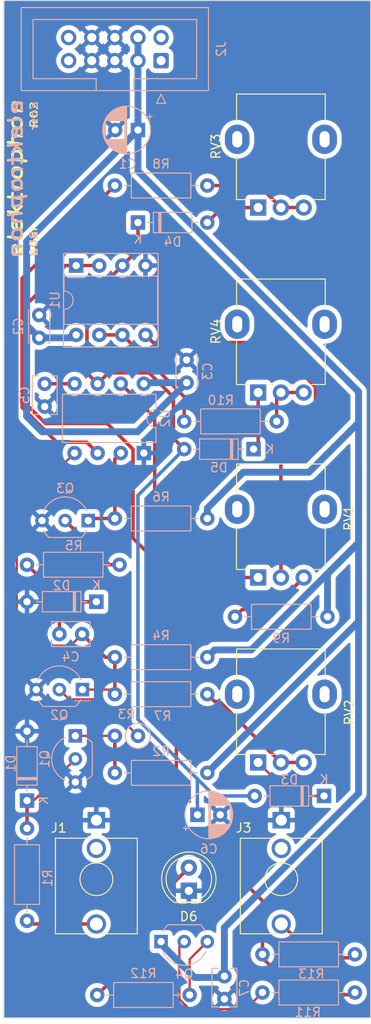
<source format=kicad_pcb>
(kicad_pcb (version 20240108) (generator "pcbnew") (generator_version "8.0")
  (title_block (title "ADSR") (date "2019-09-22") (rev "01") (comment 1 "Original design by René Schmitz") (comment 2 "PCB for main circuit") (comment 4 "License CC BY 4.0 - Attribution 4.0 International"))
  (layers (0 "F.Cu" signal) (31 "B.Cu" signal) (34 "B.Paste" user) (35 "F.Paste" user) (36 "B.SilkS" user "B.Silkscreen") (37 "F.SilkS" user "F.Silkscreen") (38 "B.Mask" user) (39 "F.Mask" user) (44 "Edge.Cuts" user))
  (net 0 "")
  (net 1 "GND")
  (net 2 "+15V")
  (net 3 "Net-(Q2-C)")
  (net 4 "Net-(D2-K)")
  (net 5 "Net-(U2-CV)")
  (net 6 "Net-(D3-A)")
  (net 7 "Net-(D1-K)")
  (net 8 "Net-(D3-K)")
  (net 9 "Net-(D4-A)")
  (net 10 "Net-(J1-PadT)")
  (net 11 "Net-(D5-K)")
  (net 12 "Net-(D6-A)")
  (net 16 "Net-(J3-PadT)")
  (net 20 "Net-(Q1-C)")
  (net 21 "Net-(Q2-B)")
  (net 22 "Net-(R7-Pad1)")
  (net 23 "Net-(R8-Pad1)")
  (net 24 "Net-(R9-Pad1)")
  (net 25 "Net-(R10-Pad2)")
  (net 26 "Net-(Q3-C)")
  (net 27 "Net-(Q3-B)")
  (net 28 "Net-(Q4-E)")
  (net 29 "Net-(Q4-B)")
  (net 30 "Net-(U2-Q)")
  (net 31 "Net-(U1B--)")
  (net 32 "Net-(U1A--)")
  (net 33 "Net-(U1B-+)")
  (net 34 "Net-(U2-DIS)")
  (footprint "LED_THT:LED_D5.0mm" (layer "F.Cu") (at 71.12 148.59 90)
    (property "Reference" "D6" (at -2.83 -0.01 180) (layer "F.SilkS"))
    (property "Value" "LED (Red)")
    (pad "1" thru_hole rect (at 0 0 90) (size 1.8 1.8) (drill 0.9) (layers "*.Cu" "*.Mask") (net 1 "GND"))
    (pad "2" thru_hole circle (at 2.54 0 90) (size 1.8 1.8) (drill 0.9) (layers "*.Cu" "*.Mask") (net 12 "Net-(D6-A)"))
  )
  (footprint "elektrophon:Jack_3.5mm_WQP-PJ398SM_Vertical" (layer "F.Cu") (at 60.96 147.32)
    (property "Reference" "J1" (at -4.13 -5.63 0) (layer "F.SilkS"))
    (property "Value" "IN")
    (pad "S" thru_hole rect (at 0 -6.48 180) (size 1.93 1.83) (drill 1.22) (layers "*.Cu" "*.Mask") (net 1 "GND"))
    (pad "T" thru_hole circle (at 0 4.92 180) (size 2.13 2.13) (drill 1.43) (layers "*.Cu" "*.Mask") (net 10 "Net-(J1-PadT)"))
    (pad "TN" thru_hole circle (at 0 -3.38 180) (size 2.13 2.13) (drill 1.42) (layers "*.Cu" "*.Mask"))
  )
  (footprint "elektrophon:Jack_3.5mm_WQP-PJ398SM_Vertical" (layer "F.Cu") (at 81.28 147.32)
    (property "Reference" "J3" (at -4.13 -5.63 0) (layer "F.SilkS"))
    (property "Value" "OUT")
    (pad "S" thru_hole rect (at 0 -6.48 180) (size 1.93 1.83) (drill 1.22) (layers "*.Cu" "*.Mask") (net 1 "GND"))
    (pad "T" thru_hole circle (at 0 4.92 180) (size 2.13 2.13) (drill 1.43) (layers "*.Cu" "*.Mask") (net 16 "Net-(J3-PadT)"))
    (pad "TN" thru_hole circle (at 0 -3.38 180) (size 2.13 2.13) (drill 1.42) (layers "*.Cu" "*.Mask"))
  )
  (footprint "elektrophon:Potentiometer_Alpha_RD901F-40-00D_Single_Vertical" (layer "F.Cu") (at 81.28 106.68 90)
    (property "Reference" "RV1" (at -0.97 7.42 -90) (layer "F.SilkS"))
    (property "Value" "10k")
    (pad "" thru_hole oval (at 0 -4.84 180) (size 2.72 3.24) (drill oval 1.1 1.8) (layers "*.Cu" "*.Mask"))
    (pad "" thru_hole oval (at 0 4.76 180) (size 2.72 3.24) (drill oval 1.1 1.8) (layers "*.Cu" "*.Mask"))
    (pad "1" thru_hole rect (at -7.5 -2.54 180) (size 1.8 1.8) (drill 1) (layers "*.Cu" "*.Mask") (net 34 "Net-(U2-DIS)"))
    (pad "2" thru_hole circle (at -7.5 -0.04 180) (size 1.8 1.8) (drill 1) (layers "*.Cu" "*.Mask") (net 33 "Net-(U1B-+)"))
    (pad "3" thru_hole circle (at -7.5 2.46 180) (size 1.8 1.8) (drill 1) (layers "*.Cu" "*.Mask") (net 24 "Net-(R9-Pad1)"))
  )
  (footprint "elektrophon:Potentiometer_Alpha_RD901F-40-00D_Single_Vertical" (layer "F.Cu") (at 81.28 127 90)
    (property "Reference" "RV2" (at -2 7.47 -90) (layer "F.SilkS"))
    (property "Value" "1M LOG")
    (pad "" thru_hole oval (at 0 -4.84 180) (size 2.72 3.24) (drill oval 1.1 1.8) (layers "*.Cu" "*.Mask"))
    (pad "" thru_hole oval (at 0 4.76 180) (size 2.72 3.24) (drill oval 1.1 1.8) (layers "*.Cu" "*.Mask"))
    (pad "1" thru_hole rect (at -7.5 -2.54 180) (size 1.8 1.8) (drill 1) (layers "*.Cu" "*.Mask") (net 8 "Net-(D3-K)"))
    (pad "2" thru_hole circle (at -7.5 -0.04 180) (size 1.8 1.8) (drill 1) (layers "*.Cu" "*.Mask") (net 22 "Net-(R7-Pad1)"))
    (pad "3" thru_hole circle (at -7.5 2.46 180) (size 1.8 1.8) (drill 1) (layers "*.Cu" "*.Mask") (net 22 "Net-(R7-Pad1)"))
  )
  (footprint "elektrophon:Potentiometer_Alpha_RD901F-40-00D_Single_Vertical" (layer "F.Cu") (at 81.28 66.04 90)
    (property "Reference" "RV3" (at -0.79 -7.18 -90) (layer "F.SilkS"))
    (property "Value" "1M LOG")
    (pad "" thru_hole oval (at 0 -4.84 180) (size 2.72 3.24) (drill oval 1.1 1.8) (layers "*.Cu" "*.Mask"))
    (pad "" thru_hole oval (at 0 4.76 180) (size 2.72 3.24) (drill oval 1.1 1.8) (layers "*.Cu" "*.Mask"))
    (pad "1" thru_hole rect (at -7.5 -2.54 180) (size 1.8 1.8) (drill 1) (layers "*.Cu" "*.Mask") (net 9 "Net-(D4-A)"))
    (pad "2" thru_hole circle (at -7.5 -0.04 180) (size 1.8 1.8) (drill 1) (layers "*.Cu" "*.Mask") (net 23 "Net-(R8-Pad1)"))
    (pad "3" thru_hole circle (at -7.5 2.46 180) (size 1.8 1.8) (drill 1) (layers "*.Cu" "*.Mask") (net 23 "Net-(R8-Pad1)"))
  )
  (footprint "elektrophon:Potentiometer_Alpha_RD901F-40-00D_Single_Vertical" (layer "F.Cu") (at 81.28 86.36 90)
    (property "Reference" "RV4" (at -0.79 -7.18 -90) (layer "F.SilkS"))
    (property "Value" "1M LOG")
    (pad "" thru_hole oval (at 0 -4.84 180) (size 2.72 3.24) (drill oval 1.1 1.8) (layers "*.Cu" "*.Mask"))
    (pad "" thru_hole oval (at 0 4.76 180) (size 2.72 3.24) (drill oval 1.1 1.8) (layers "*.Cu" "*.Mask"))
    (pad "1" thru_hole rect (at -7.5 -2.54 180) (size 1.8 1.8) (drill 1) (layers "*.Cu" "*.Mask") (net 11 "Net-(D5-K)"))
    (pad "2" thru_hole circle (at -7.5 -0.04 180) (size 1.8 1.8) (drill 1) (layers "*.Cu" "*.Mask") (net 25 "Net-(R10-Pad2)"))
    (pad "3" thru_hole circle (at -7.5 2.46 180) (size 1.8 1.8) (drill 1) (layers "*.Cu" "*.Mask") (net 25 "Net-(R10-Pad2)"))
  )
  (footprint "elektrophon:elektrophon logo" (layer "F.Cu") (at 53.086 70.358 90)
    (property "Reference" "REF**" (hide yes))
    (property "Value" "elektrophon logo" (hide yes))
    (fp_text user "R02" (at -8.68 0.99 90) (layer "B.SilkS") (effects (font (size 0.8 1)) (justify right mirror)))
    (fp_text user "adsr" (at 8.62 1.02 90) (layer "B.SilkS") (effects (font (size 0.8 1)) (justify left mirror)))
    (fp_text user "elektrophon" (at 0 -1.016 90) (layer "B.SilkS") (effects (font (size 1.5 2) (thickness 0.3) (italic yes)) (justify mirror)))
    (fp_text user "elektrophon" (at 0 -1.016 90) (layer "F.SilkS") (effects (font (size 1.5 2) (thickness 0.3) (italic yes))))
    (fp_text user "R02" (at 8.58 1.02 90) (layer "F.SilkS") (effects (font (size 0.8 1)) (justify right)))
    (fp_text user "adsr" (at -8.54 0.99 90) (layer "F.SilkS") (effects (font (size 0.8 1)) (justify left)))
  )
  (footprint "Capacitor_THT:CP_Radial_D5.0mm_P2.50mm" (layer "B.Cu") (at 65.532 65.024 180)
    (property "Reference" "C1" (at 1.142 -3.736 0) (layer "B.SilkS") (effects (justify mirror)))
    (property "Value" "10u")
    (pad "1" thru_hole rect (at 0 0 180) (size 1.6 1.6) (drill 0.8) (layers "*.Cu" "*.Mask") (net 2 "+15V"))
    (pad "2" thru_hole circle (at 2.5 0 180) (size 1.6 1.6) (drill 0.8) (layers "*.Cu" "*.Mask") (net 1 "GND"))
  )
  (footprint "Capacitor_THT:C_Disc_D3.4mm_W2.1mm_P2.50mm" (layer "B.Cu") (at 54.68 85.35 -90)
    (property "Reference" "C2" (at 1.25 2.3 -90) (layer "B.SilkS") (effects (justify mirror)))
    (property "Value" "0.1u")
    (pad "1" thru_hole circle (at 0 0 270) (size 1.6 1.6) (drill 0.8) (layers "*.Cu" "*.Mask") (net 1 "GND"))
    (pad "2" thru_hole circle (at 2.5 0 270) (size 1.6 1.6) (drill 0.8) (layers "*.Cu" "*.Mask") (net 2 "+15V"))
  )
  (footprint "Capacitor_THT:C_Disc_D3.4mm_W2.1mm_P2.50mm" (layer "B.Cu") (at 70.88 92.78 90)
    (property "Reference" "C3" (at 1.25 2.3 -90) (layer "B.SilkS") (effects (justify mirror)))
    (property "Value" "0.1u")
    (pad "1" thru_hole circle (at 0 0 90) (size 1.6 1.6) (drill 0.8) (layers "*.Cu" "*.Mask") (net 2 "+15V"))
    (pad "2" thru_hole circle (at 2.5 0 90) (size 1.6 1.6) (drill 0.8) (layers "*.Cu" "*.Mask") (net 1 "GND"))
  )
  (footprint "Capacitor_THT:C_Rect_L4.0mm_W2.5mm_P2.50mm" (layer "B.Cu") (at 56.896 120.396)
    (property "Reference" "C4" (at 1.25 2.5 180) (layer "B.SilkS") (effects (justify mirror)))
    (property "Value" "10n")
    (pad "1" thru_hole circle (at 0 0) (size 1.6 1.6) (drill 0.8) (layers "*.Cu" "*.Mask") (net 4 "Net-(D2-K)"))
    (pad "2" thru_hole circle (at 2.5 0) (size 1.6 1.6) (drill 0.8) (layers "*.Cu" "*.Mask") (net 3 "Net-(Q2-C)"))
  )
  (footprint "Capacitor_THT:C_Rect_L4.0mm_W2.5mm_P2.50mm" (layer "B.Cu") (at 55.28 95.4 90)
    (property "Reference" "C5" (at 1.25 -2.194 -90) (layer "B.SilkS") (effects (justify mirror)))
    (property "Value" "10n")
    (pad "1" thru_hole circle (at 0 0 90) (size 1.6 1.6) (drill 0.8) (layers "*.Cu" "*.Mask") (net 1 "GND"))
    (pad "2" thru_hole circle (at 2.5 0 90) (size 1.6 1.6) (drill 0.8) (layers "*.Cu" "*.Mask") (net 5 "Net-(U2-CV)"))
  )
  (footprint "Capacitor_THT:CP_Radial_D5.0mm_P2.50mm" (layer "B.Cu") (at 72.07 140.25)
    (property "Reference" "C6" (at 1.25 3.75 0) (layer "B.SilkS") (effects (justify mirror)))
    (property "Value" "4.7u")
    (pad "1" thru_hole rect (at 0 0) (size 1.6 1.6) (drill 0.8) (layers "*.Cu" "*.Mask") (net 6 "Net-(D3-A)"))
    (pad "2" thru_hole circle (at 2.5 0) (size 1.6 1.6) (drill 0.8) (layers "*.Cu" "*.Mask") (net 1 "GND"))
  )
  (footprint "Capacitor_THT:C_Rect_L4.0mm_W2.5mm_P2.50mm" (layer "B.Cu") (at 75.03 157.98 -90)
    (property "Reference" "C7" (at 1.278 -2.186 90) (layer "B.SilkS") (effects (justify mirror)))
    (property "Value" "100n")
    (pad "1" thru_hole circle (at 0 0 270) (size 1.6 1.6) (drill 0.8) (layers "*.Cu" "*.Mask") (net 2 "+15V"))
    (pad "2" thru_hole circle (at 2.5 0 270) (size 1.6 1.6) (drill 0.8) (layers "*.Cu" "*.Mask") (net 1 "GND"))
  )
  (footprint "Diode_THT:D_DO-35_SOD27_P7.62mm_Horizontal" (layer "B.Cu") (at 53.34 138.684 90)
    (property "Reference" "D1" (at 4.064 -1.778 -90) (layer "B.SilkS") (effects (justify mirror)))
    (property "Value" "1N4148")
    (fp_text user "K" (at 0 1.8 -90) (layer "B.SilkS") (effects (justify mirror)))
    (pad "1" thru_hole rect (at 0 0 90) (size 1.6 1.6) (drill 0.8) (layers "*.Cu" "*.Mask") (net 7 "Net-(D1-K)"))
    (pad "2" thru_hole oval (at 7.62 0 90) (size 1.6 1.6) (drill 0.8) (layers "*.Cu" "*.Mask") (net 1 "GND"))
  )
  (footprint "Diode_THT:D_DO-35_SOD27_P7.62mm_Horizontal" (layer "B.Cu") (at 60.96 116.84 180)
    (property "Reference" "D2" (at 3.81 1.778 0) (layer "B.SilkS") (effects (justify mirror)))
    (property "Value" "1N4148")
    (fp_text user "K" (at 0 1.8 0) (layer "B.SilkS") (effects (justify mirror)))
    (pad "1" thru_hole rect (at 0 0 180) (size 1.6 1.6) (drill 0.8) (layers "*.Cu" "*.Mask") (net 4 "Net-(D2-K)"))
    (pad "2" thru_hole oval (at 7.62 0 180) (size 1.6 1.6) (drill 0.8) (layers "*.Cu" "*.Mask") (net 1 "GND"))
  )
  (footprint "Diode_THT:D_DO-35_SOD27_P7.62mm_Horizontal" (layer "B.Cu") (at 85.979 138.176 180)
    (property "Reference" "D3" (at 3.81 1.778 0) (layer "B.SilkS") (effects (justify mirror)))
    (property "Value" "1N4148")
    (fp_text user "K" (at 0 1.8 0) (layer "B.SilkS") (effects (justify mirror)))
    (pad "1" thru_hole rect (at 0 0 180) (size 1.6 1.6) (drill 0.8) (layers "*.Cu" "*.Mask") (net 8 "Net-(D3-K)"))
    (pad "2" thru_hole oval (at 7.62 0 180) (size 1.6 1.6) (drill 0.8) (layers "*.Cu" "*.Mask") (net 6 "Net-(D3-A)"))
  )
  (footprint "Diode_THT:D_DO-35_SOD27_P7.62mm_Horizontal" (layer "B.Cu") (at 65.532 75.184)
    (property "Reference" "D4" (at 3.81 2.12 180) (layer "B.SilkS") (effects (justify mirror)))
    (property "Value" "1N4148")
    (fp_text user "K" (at 0 1.8 180) (layer "B.SilkS") (effects (justify mirror)))
    (pad "1" thru_hole rect (at 0 0) (size 1.6 1.6) (drill 0.8) (layers "*.Cu" "*.Mask") (net 6 "Net-(D3-A)"))
    (pad "2" thru_hole oval (at 7.62 0) (size 1.6 1.6) (drill 0.8) (layers "*.Cu" "*.Mask") (net 9 "Net-(D4-A)"))
  )
  (footprint "Diode_THT:D_DO-35_SOD27_P7.62mm_Horizontal" (layer "B.Cu") (at 78.232 100.076 180)
    (property "Reference" "D5" (at 3.81 -2.032 0) (layer "B.SilkS") (effects (justify mirror)))
    (property "Value" "1N4148")
    (fp_text user "K" (at -1.778 0 0) (layer "B.SilkS") (effects (justify mirror)))
    (pad "1" thru_hole rect (at 0 0 180) (size 1.6 1.6) (drill 0.8) (layers "*.Cu" "*.Mask") (net 11 "Net-(D5-K)"))
    (pad "2" thru_hole oval (at 7.62 0 180) (size 1.6 1.6) (drill 0.8) (layers "*.Cu" "*.Mask") (net 6 "Net-(D3-A)"))
  )
  (footprint "Connector_IDC:IDC-Header_2x05_P2.54mm_Vertical" (layer "B.Cu") (at 68.072 57.404 90)
    (property "Reference" "J2" (at 1.27 6.604 -90) (layer "B.SilkS") (effects (justify mirror)))
    (property "Value" "Power")
    (pad "1" thru_hole roundrect (at 0 0 90) (size 1.7 1.7) (drill 1) (layers "*.Cu" "*.Mask") (roundrect_rratio 0.147059))
    (pad "2" thru_hole circle (at 2.54 0 90) (size 1.7 1.7) (drill 1) (layers "*.Cu" "*.Mask"))
    (pad "3" thru_hole circle (at 0 -2.54 90) (size 1.7 1.7) (drill 1) (layers "*.Cu" "*.Mask") (net 2 "+15V"))
    (pad "4" thru_hole circle (at 2.54 -2.54 90) (size 1.7 1.7) (drill 1) (layers "*.Cu" "*.Mask") (net 2 "+15V"))
    (pad "5" thru_hole circle (at 0 -5.08 90) (size 1.7 1.7) (drill 1) (layers "*.Cu" "*.Mask") (net 1 "GND"))
    (pad "6" thru_hole circle (at 2.54 -5.08 90) (size 1.7 1.7) (drill 1) (layers "*.Cu" "*.Mask") (net 1 "GND"))
    (pad "7" thru_hole circle (at 0 -7.62 90) (size 1.7 1.7) (drill 1) (layers "*.Cu" "*.Mask") (net 1 "GND"))
    (pad "8" thru_hole circle (at 2.54 -7.62 90) (size 1.7 1.7) (drill 1) (layers "*.Cu" "*.Mask") (net 1 "GND"))
    (pad "9" thru_hole circle (at 0 -10.16 90) (size 1.7 1.7) (drill 1) (layers "*.Cu" "*.Mask"))
    (pad "10" thru_hole circle (at 2.54 -10.16 90) (size 1.7 1.7) (drill 1) (layers "*.Cu" "*.Mask"))
  )
  (footprint "Package_TO_SOT_THT:TO-92_Inline_Wide" (layer "B.Cu") (at 58.653 131.572 -90)
    (property "Reference" "Q1" (at 2.548 3.363 90) (layer "B.SilkS") (effects (justify mirror)))
    (property "Value" "BC547")
    (pad "1" thru_hole rect (at 0 0 270) (size 1.5 1.5) (drill 0.8) (layers "*.Cu" "*.Mask") (net 20 "Net-(Q1-C)"))
    (pad "2" thru_hole circle (at 2.54 0 270) (size 1.5 1.5) (drill 0.8) (layers "*.Cu" "*.Mask") (net 7 "Net-(D1-K)"))
    (pad "3" thru_hole circle (at 5.08 0 270) (size 1.5 1.5) (drill 0.8) (layers "*.Cu" "*.Mask") (net 1 "GND"))
  )
  (footprint "Package_TO_SOT_THT:TO-92_Inline_Wide" (layer "B.Cu") (at 59.436 126.492 180)
    (property "Reference" "Q2" (at 2.54 -2.794 0) (layer "B.SilkS") (effects (justify mirror)))
    (property "Value" "BC547")
    (pad "1" thru_hole rect (at 0 0 180) (size 1.5 1.5) (drill 0.8) (layers "*.Cu" "*.Mask") (net 3 "Net-(Q2-C)"))
    (pad "2" thru_hole circle (at 2.54 0 180) (size 1.5 1.5) (drill 0.8) (layers "*.Cu" "*.Mask") (net 21 "Net-(Q2-B)"))
    (pad "3" thru_hole circle (at 5.08 0 180) (size 1.5 1.5) (drill 0.8) (layers "*.Cu" "*.Mask") (net 1 "GND"))
  )
  (footprint "Package_TO_SOT_THT:TO-92_Inline_Wide" (layer "B.Cu") (at 68.072 154.178)
    (property "Reference" "Q4" (at 2.54 3.56 180) (layer "B.SilkS") (effects (justify mirror)))
    (property "Value" "BC547")
    (pad "1" thru_hole rect (at 0 0) (size 1.5 1.5) (drill 0.8) (layers "*.Cu" "*.Mask") (net 2 "+15V"))
    (pad "2" thru_hole circle (at 2.54 0) (size 1.5 1.5) (drill 0.8) (layers "*.Cu" "*.Mask") (net 29 "Net-(Q4-B)"))
    (pad "3" thru_hole circle (at 5.08 0) (size 1.5 1.5) (drill 0.8) (layers "*.Cu" "*.Mask") (net 28 "Net-(Q4-E)"))
  )
  (footprint "Resistor_THT:R_Axial_DIN0207_L6.3mm_D2.5mm_P10.16mm_Horizontal" (layer "B.Cu") (at 53.34 141.732 -90)
    (property "Reference" "R1" (at 5.488 -2.27 90) (layer "B.SilkS") (effects (justify mirror)))
    (property "Value" "10k")
    (pad "1" thru_hole circle (at 0 0 270) (size 1.6 1.6) (drill 0.8) (layers "*.Cu" "*.Mask") (net 7 "Net-(D1-K)"))
    (pad "2" thru_hole oval (at 10.16 0 270) (size 1.6 1.6) (drill 0.8) (layers "*.Cu" "*.Mask") (net 10 "Net-(J1-PadT)"))
  )
  (footprint "Resistor_THT:R_Axial_DIN0207_L6.3mm_D2.5mm_P10.16mm_Horizontal" (layer "B.Cu") (at 73.152 135.636 180)
    (property "Reference" "R2" (at 5.08 2.37 180) (layer "B.SilkS") (effects (justify mirror)))
    (property "Value" "4.7k")
    (pad "1" thru_hole circle (at 0 0 180) (size 1.6 1.6) (drill 0.8) (layers "*.Cu" "*.Mask") (net 2 "+15V"))
    (pad "2" thru_hole oval (at 10.16 0 180) (size 1.6 1.6) (drill 0.8) (layers "*.Cu" "*.Mask") (net 20 "Net-(Q1-C)"))
  )
  (footprint "Resistor_THT:R_Axial_DIN0207_L6.3mm_D2.5mm_P2.54mm_Vertical" (layer "B.Cu") (at 65.532 131.572 180)
    (property "Reference" "R3" (at 1.27 2.37 0) (layer "B.SilkS") (effects (justify mirror)))
    (property "Value" "22k")
    (pad "1" thru_hole circle (at 0 0 180) (size 1.6 1.6) (drill 0.8) (layers "*.Cu" "*.Mask") (net 21 "Net-(Q2-B)"))
    (pad "2" thru_hole oval (at 2.54 0 180) (size 1.6 1.6) (drill 0.8) (layers "*.Cu" "*.Mask") (net 20 "Net-(Q1-C)"))
  )
  (footprint "Resistor_THT:R_Axial_DIN0207_L6.3mm_D2.5mm_P10.16mm_Horizontal" (layer "B.Cu") (at 73.152 122.936 180)
    (property "Reference" "R4" (at 5.08 2.37 180) (layer "B.SilkS") (effects (justify mirror)))
    (property "Value" "4.7k")
    (pad "1" thru_hole circle (at 0 0 180) (size 1.6 1.6) (drill 0.8) (layers "*.Cu" "*.Mask") (net 2 "+15V"))
    (pad "2" thru_hole oval (at 10.16 0 180) (size 1.6 1.6) (drill 0.8) (layers "*.Cu" "*.Mask") (net 3 "Net-(Q2-C)"))
  )
  (footprint "Resistor_THT:R_Axial_DIN0207_L6.3mm_D2.5mm_P10.16mm_Horizontal" (layer "B.Cu") (at 63.5 112.776 180)
    (property "Reference" "R5" (at 5.0165 2.0955 0) (layer "B.SilkS") (effects (justify mirror)))
    (property "Value" "10k")
    (pad "1" thru_hole circle (at 0 0 180) (size 1.6 1.6) (drill 0.8) (layers "*.Cu" "*.Mask") (net 27 "Net-(Q3-B)"))
    (pad "2" thru_hole oval (at 10.16 0 180) (size 1.6 1.6) (drill 0.8) (layers "*.Cu" "*.Mask") (net 4 "Net-(D2-K)"))
  )
  (footprint "Resistor_THT:R_Axial_DIN0207_L6.3mm_D2.5mm_P10.16mm_Horizontal" (layer "B.Cu") (at 73.152 107.696 180)
    (property "Reference" "R6" (at 5.08 2.37 180) (layer "B.SilkS") (effects (justify mirror)))
    (property "Value" "4.7k")
    (pad "1" thru_hole circle (at 0 0 180) (size 1.6 1.6) (drill 0.8) (layers "*.Cu" "*.Mask") (net 2 "+15V"))
    (pad "2" thru_hole oval (at 10.16 0 180) (size 1.6 1.6) (drill 0.8) (layers "*.Cu" "*.Mask") (net 26 "Net-(Q3-C)"))
  )
  (footprint "Resistor_THT:R_Axial_DIN0207_L6.3mm_D2.5mm_P10.16mm_Horizontal" (layer "B.Cu") (at 73.152 127 180)
    (property "Reference" "R7" (at 4.912 -2.39 0) (layer "B.SilkS") (effects (justify mirror)))
    (property "Value" "100")
    (pad "1" thru_hole circle (at 0 0 180) (size 1.6 1.6) (drill 0.8) (layers "*.Cu" "*.Mask") (net 22 "Net-(R7-Pad1)"))
    (pad "2" thru_hole oval (at 10.16 0 180) (size 1.6 1.6) (drill 0.8) (layers "*.Cu" "*.Mask") (net 3 "Net-(Q2-C)"))
  )
  (footprint "Resistor_THT:R_Axial_DIN0207_L6.3mm_D2.5mm_P10.16mm_Horizontal" (layer "B.Cu") (at 73.152 71.12 180)
    (property "Reference" "R8" (at 5.08 2.37 0) (layer "B.SilkS") (effects (justify mirror)))
    (property "Value" "100")
    (pad "1" thru_hole circle (at 0 0 180) (size 1.6 1.6) (drill 0.8) (layers "*.Cu" "*.Mask") (net 23 "Net-(R8-Pad1)"))
    (pad "2" thru_hole oval (at 10.16 0 180) (size 1.6 1.6) (drill 0.8) (layers "*.Cu" "*.Mask") (net 30 "Net-(U2-Q)"))
  )
  (footprint "Resistor_THT:R_Axial_DIN0207_L6.3mm_D2.5mm_P10.16mm_Horizontal" (layer "B.Cu") (at 76.2 118.49)
    (property "Reference" "R9" (at 5.08 2.37 0) (layer "B.SilkS") (effects (justify mirror)))
    (property "Value" "4.7k")
    (pad "1" thru_hole circle (at 0 0) (size 1.6 1.6) (drill 0.8) (layers "*.Cu" "*.Mask") (net 24 "Net-(R9-Pad1)"))
    (pad "2" thru_hole oval (at 10.16 0) (size 1.6 1.6) (drill 0.8) (layers "*.Cu" "*.Mask") (net 2 "+15V"))
  )
  (footprint "Resistor_THT:R_Axial_DIN0207_L6.3mm_D2.5mm_P10.16mm_Horizontal" (layer "B.Cu") (at 70.612 97.028)
    (property "Reference" "R10" (at 4.028 -2.328 0) (layer "B.SilkS") (effects (justify mirror)))
    (property "Value" "100")
    (pad "1" thru_hole circle (at 0 0) (size 1.6 1.6) (drill 0.8) (layers "*.Cu" "*.Mask") (net 31 "Net-(U1B--)"))
    (pad "2" thru_hole oval (at 10.16 0) (size 1.6 1.6) (drill 0.8) (layers "*.Cu" "*.Mask") (net 25 "Net-(R10-Pad2)"))
  )
  (footprint "Resistor_THT:R_Axial_DIN0207_L6.3mm_D2.5mm_P10.16mm_Horizontal" (layer "B.Cu") (at 79.212 159.766)
    (property "Reference" "R11" (at 4.989 2.159 0) (layer "B.SilkS") (effects (justify mirror)))
    (property "Value" "10k")
    (pad "1" thru_hole circle (at 0 0) (size 1.6 1.6) (drill 0.8) (layers "*.Cu" "*.Mask") (net 29 "Net-(Q4-B)"))
    (pad "2" thru_hole oval (at 10.16 0) (size 1.6 1.6) (drill 0.8) (layers "*.Cu" "*.Mask") (net 32 "Net-(U1A--)"))
  )
  (footprint "Resistor_THT:R_Axial_DIN0207_L6.3mm_D2.5mm_P10.16mm_Horizontal" (layer "B.Cu") (at 71.21 160.04 180)
    (property "Reference" "R12" (at 5.08 2.37 180) (layer "B.SilkS") (effects (justify mirror)))
    (property "Value" "2.2k")
    (pad "1" thru_hole circle (at 0 0 180) (size 1.6 1.6) (drill 0.8) (layers "*.Cu" "*.Mask") (net 28 "Net-(Q4-E)"))
    (pad "2" thru_hole oval (at 10.16 0 180) (size 1.6 1.6) (drill 0.8) (layers "*.Cu" "*.Mask") (net 12 "Net-(D6-A)"))
  )
  (footprint "Resistor_THT:R_Axial_DIN0207_L6.3mm_D2.5mm_P10.16mm_Horizontal" (layer "B.Cu") (at 79.212 155.575)
    (property "Reference" "R13" (at 5.37 2.159 0) (layer "B.SilkS") (effects (justify mirror)))
    (property "Value" "1k")
    (pad "1" thru_hole circle (at 0 0) (size 1.6 1.6) (drill 0.8) (layers "*.Cu" "*.Mask") (net 32 "Net-(U1A--)"))
    (pad "2" thru_hole oval (at 10.16 0) (size 1.6 1.6) (drill 0.8) (layers "*.Cu" "*.Mask") (net 16 "Net-(J3-PadT)"))
  )
  (footprint "Package_DIP:DIP-8_W7.62mm_Socket" (layer "B.Cu") (at 58.74 79.91 -90)
    (property "Reference" "U1" (at 3.81 2.33 -90) (layer "B.SilkS") (effects (justify mirror)))
    (property "Value" "LM358")
    (pad "1" thru_hole rect (at 0 0 270) (size 1.6 1.6) (drill 0.8) (layers "*.Cu" "*.Mask") (net 32 "Net-(U1A--)"))
    (pad "2" thru_hole oval (at 0 -2.54 270) (size 1.6 1.6) (drill 0.8) (layers "*.Cu" "*.Mask") (net 32 "Net-(U1A--)"))
    (pad "3" thru_hole oval (at 0 -5.08 270) (size 1.6 1.6) (drill 0.8) (layers "*.Cu" "*.Mask") (net 6 "Net-(D3-A)"))
    (pad "4" thru_hole oval (at 0 -7.62 270) (size 1.6 1.6) (drill 0.8) (layers "*.Cu" "*.Mask") (net 1 "GND"))
    (pad "5" thru_hole oval (at 7.62 -7.62 270) (size 1.6 1.6) (drill 0.8) (layers "*.Cu" "*.Mask") (net 33 "Net-(U1B-+)"))
    (pad "6" thru_hole oval (at 7.62 -5.08 270) (size 1.6 1.6) (drill 0.8) (layers "*.Cu" "*.Mask") (net 31 "Net-(U1B--)"))
    (pad "7" thru_hole oval (at 7.62 -2.54 270) (size 1.6 1.6) (drill 0.8) (layers "*.Cu" "*.Mask") (net 31 "Net-(U1B--)"))
    (pad "8" thru_hole oval (at 7.62 0 270) (size 1.6 1.6) (drill 0.8) (layers "*.Cu" "*.Mask") (net 2 "+15V"))
  )
  (footprint "Package_DIP:DIP-8_W7.62mm" (layer "B.Cu") (at 66.18 100.51 90)
    (property "Reference" "U2" (at 3.81 2.33 -90) (layer "B.SilkS") (effects (justify mirror)))
    (property "Value" "ICM7555xP")
    (pad "1" thru_hole rect (at 0 0 90) (size 1.6 1.6) (drill 0.8) (layers "*.Cu" "*.Mask") (net 1 "GND"))
    (pad "2" thru_hole oval (at 0 -2.54 90) (size 1.6 1.6) (drill 0.8) (layers "*.Cu" "*.Mask") (net 26 "Net-(Q3-C)"))
    (pad "3" thru_hole oval (at 0 -5.08 90) (size 1.6 1.6) (drill 0.8) (layers "*.Cu" "*.Mask") (net 30 "Net-(U2-Q)"))
    (pad "4" thru_hole oval (at 0 -7.62 90) (size 1.6 1.6) (drill 0.8) (layers "*.Cu" "*.Mask") (net 3 "Net-(Q2-C)"))
    (pad "5" thru_hole oval (at 7.62 -7.62 90) (size 1.6 1.6) (drill 0.8) (layers "*.Cu" "*.Mask") (net 5 "Net-(U2-CV)"))
    (pad "6" thru_hole oval (at 7.62 -5.08 90) (size 1.6 1.6) (drill 0.8) (layers "*.Cu" "*.Mask") (net 6 "Net-(D3-A)"))
    (pad "7" thru_hole oval (at 7.62 -2.54 90) (size 1.6 1.6) (drill 0.8) (layers "*.Cu" "*.Mask") (net 34 "Net-(U2-DIS)"))
    (pad "8" thru_hole oval (at 7.62 0 90) (size 1.6 1.6) (drill 0.8) (layers "*.Cu" "*.Mask") (net 2 "+15V"))
  )
  (footprint "Package_TO_SOT_THT:TO-92_Inline_Wide" (layer "B.Cu") (at 60.071 107.929 180)
    (property "Reference" "Q3" (at 2.54 3.535 0) (layer "B.SilkS") (effects (justify mirror)))
    (property "Value" "BC547")
    (pad "1" thru_hole rect (at 0 0 180) (size 1.5 1.5) (drill 0.8) (layers "*.Cu" "*.Mask") (net 26 "Net-(Q3-C)"))
    (pad "2" thru_hole circle (at 2.54 0 180) (size 1.5 1.5) (drill 0.8) (layers "*.Cu" "*.Mask") (net 27 "Net-(Q3-B)"))
    (pad "3" thru_hole circle (at 5.08 0 180) (size 1.5 1.5) (drill 0.8) (layers "*.Cu" "*.Mask") (net 1 "GND"))
  )
  (gr_line (start 91.1 50.8) (end 50.8 50.8) (stroke (width 0.12)) (layer "Edge.Cuts"))
  (gr_line (start 91.1 162.56) (end 91.1 50.8) (stroke (width 0.12)) (layer "Edge.Cuts"))
  (gr_line (start 50.8 162.56) (end 91.1 162.56) (stroke (width 0.12)) (layer "Edge.Cuts"))
  (gr_line (start 50.8 50.8) (end 50.8 162.56) (stroke (width 0.12)) (layer "Edge.Cuts"))
  (segment (start 53.298999 77.257001) (end 65.532 65.024) (width 0.762) (layer "B.Cu") (net 2))
  (segment (start 84.328 102.616) (end 89.773001 97.170999) (width 0.762) (layer "B.Cu") (net 2))
  (segment (start 71.755 158.115) (end 68.072 154.432) (width 0.762) (layer "B.Cu") (net 2))
  (segment (start 53.298999 84.851001) (end 53.298999 96.478999) (width 0.762) (layer "B.Cu") (net 2))
  (segment (start 65.532 65.024) (end 65.532 69.533882) (width 0.762) (layer "B.Cu") (net 2))
  (segment (start 65.532 54.864) (end 65.532 57.404) (width 0.762) (layer "B.Cu") (net 2))
  (segment (start 73.152 135.636) (end 89.773001 119.014999) (width 0.762) (layer "B.Cu") (net 2))
  (segment (start 54.991 98.171) (end 65.489 98.171) (width 0.762) (layer "B.Cu") (net 2))
  (segment (start 77.975881 122.136001) (end 89.773001 110.338881) (width 0.762) (layer "B.Cu") (net 2))
  (segment (start 75.03 152.626082) (end 89.773001 137.883081) (width 0.762) (layer "B.Cu") (net 2))
  (segment (start 53.298999 77.257001) (end 53.298999 84.851001) (width 0.762) (layer "B.Cu") (net 2))
  (segment (start 89.773001 93.774883) (end 89.773001 97.170999) (width 0.762) (layer "B.Cu") (net 2))
  (segment (start 66.29 92.78) (end 66.18 92.89) (width 0.762) (layer "B.Cu") (net 2))
  (segment (start 89.773001 101.965001) (end 89.773001 110.378999) (width 0.762) (layer "B.Cu") (net 2))
  (segment (start 89.773001 110.338881) (end 89.773001 101.965001) (width 0.762) (layer "B.Cu") (net 2))
  (segment (start 58.42 87.85) (end 58.74 87.53) (width 0.762) (layer "B.Cu") (net 2))
  (segment (start 75.03 157.98) (end 74.895 158.115) (width 0.762) (layer "B.Cu") (net 2))
  (segment (start 89.773001 119.014999) (end 89.773001 113.426999) (width 0.762) (layer "B.Cu") (net 2))
  (segment (start 65.489 98.171) (end 70.88 92.78) (width 0.762) (layer "B.Cu") (net 2))
  (segment (start 54.68 87.85) (end 53.298999 86.468999) (width 0.762) (layer "B.Cu") (net 2))
  (segment (start 89.773001 97.170999) (end 89.773001 101.965001) (width 0.762) (layer "B.Cu") (net 2))
  (segment (start 75.03 157.98) (end 75.03 152.626082) (width 0.762) (layer "B.Cu") (net 2))
  (segment (start 54.68 87.85) (end 58.42 87.85) (width 0.762) (layer "B.Cu") (net 2))
  (segment (start 89.773001 110.378999) (end 89.773001 113.426999) (width 0.762) (layer "B.Cu") (net 2))
  (segment (start 65.532 69.533882) (end 89.773001 93.774883) (width 0.762) (layer "B.Cu") (net 2))
  (segment (start 73.951999 122.136001) (end 77.975881 122.136001) (width 0.762) (layer "B.Cu") (net 2))
  (segment (start 53.298999 86.468999) (end 53.298999 84.851001) (width 0.762) (layer "B.Cu") (net 2))
  (segment (start 73.152 107.696) (end 73.152 106.56463) (width 0.762) (layer "B.Cu") (net 2))
  (segment (start 77.10063 102.616) (end 84.328 102.616) (width 0.762) (layer "B.Cu") (net 2))
  (segment (start 65.532 57.404) (end 65.532 65.024) (width 0.762) (layer "B.Cu") (net 2))
  (segment (start 86.36 113.792) (end 89.773001 110.378999) (width 0.762) (layer "B.Cu") (net 2))
  (segment (start 86.36 118.49) (end 86.36 113.792) (width 0.762) (layer "B.Cu") (net 2))
  (segment (start 70.88 92.78) (end 66.29 92.78) (width 0.762) (layer "B.Cu") (net 2))
  (segment (start 89.773001 113.426999) (end 89.773001 137.883081) (width 0.762) (layer "B.Cu") (net 2))
  (segment (start 53.298999 96.478999) (end 54.991 98.171) (width 0.762) (layer "B.Cu") (net 2))
  (segment (start 74.895 158.115) (end 71.755 158.115) (width 0.762) (layer "B.Cu") (net 2))
  (segment (start 73.152 106.56463) (end 77.10063 102.616) (width 0.762) (layer "B.Cu") (net 2))
  (segment (start 73.152 122.936) (end 73.951999 122.136001) (width 0.762) (layer "B.Cu") (net 2))
  (segment (start 52.215 119.398) (end 54.483 121.666) (width 0.25) (layer "F.Cu") (net 3))
  (segment (start 62.484 126.492) (end 62.992 127) (width 0.25) (layer "F.Cu") (net 3))
  (segment (start 58.126 121.666) (end 59.396 120.396) (width 0.25) (layer "F.Cu") (net 3))
  (segment (start 59.396 120.396) (end 61.936 122.936) (width 0.381) (layer "F.Cu") (net 3))
  (segment (start 52.215 106.855) (end 52.215 119.398) (width 0.25) (layer "F.Cu") (net 3))
  (segment (start 62.992 122.936) (end 62.992 127) (width 0.381) (layer "F.Cu") (net 3))
  (segment (start 58.56 100.51) (end 52.215 106.855) (width 0.25) (layer "F.Cu") (net 3))
  (segment (start 61.936 122.936) (end 62.992 122.936) (width 0.381) (layer "F.Cu") (net 3))
  (segment (start 54.483 121.666) (end 58.126 121.666) (width 0.25) (layer "F.Cu") (net 3))
  (segment (start 59.436 126.492) (end 62.484 126.492) (width 0.25) (layer "F.Cu") (net 3))
  (segment (start 57.404 116.84) (end 53.34 112.776) (width 0.381) (layer "F.Cu") (net 4))
  (segment (start 60.96 116.84) (end 58.928 116.84) (width 0.381) (layer "F.Cu") (net 4))
  (segment (start 56.896 118.872) (end 58.928 116.84) (width 0.381) (layer "F.Cu") (net 4))
  (segment (start 56.896 120.396) (end 56.896 118.872) (width 0.381) (layer "F.Cu") (net 4))
  (segment (start 60.96 116.84) (end 57.404 116.84) (width 0.381) (layer "F.Cu") (net 4))
  (segment (start 58.55 92.9) (end 58.56 92.89) (width 0.381) (layer "F.Cu") (net 5))
  (segment (start 55.28 92.9) (end 58.55 92.9) (width 0.381) (layer "F.Cu") (net 5))
  (segment (start 65.532 75.184) (end 65.532 78.198) (width 0.381) (layer "F.Cu") (net 6))
  (segment (start 65.532 78.198) (end 63.82 79.91) (width 0.381) (layer "F.Cu") (net 6))
  (segment (start 59.930501 83.799499) (end 59.930501 91.720501) (width 0.381) (layer "F.Cu") (net 6))
  (segment (start 69.421499 98.885499) (end 70.612 100.076) (width 0.381) (layer "F.Cu") (net 6))
  (segment (start 61.1 92.89) (end 62.290501 91.699499) (width 0.381) (layer "F.Cu") (net 6))
  (segment (start 62.290501 91.699499) (end 66.751441 91.699499) (width 0.381) (layer "F.Cu") (net 6))
  (segment (start 69.421499 94.369557) (end 69.421499 98.885499) (width 0.381) (layer "F.Cu") (net 6))
  (segment (start 59.930501 91.720501) (end 61.1 92.89) (width 0.381) (layer "F.Cu") (net 6))
  (segment (start 66.751441 91.699499) (end 69.421499 94.369557) (width 0.381) (layer "F.Cu") (net 6))
  (segment (start 63.82 79.91) (end 59.930501 83.799499) (width 0.381) (layer "F.Cu") (net 6))
  (segment (start 70.620029 134.865971) (end 73.930058 138.176) (width 0.381) (layer "B.Cu") (net 6))
  (segment (start 72.057029 136.302971) (end 70.620029 134.865971) (width 0.381) (layer "B.Cu") (net 6))
  (segment (start 72.07 139.069) (end 72.057029 139.056029) (width 0.381) (layer "B.Cu") (net 6))
  (segment (start 65.532 129.777942) (end 65.532 105.156) (width 0.381) (layer "B.Cu") (net 6))
  (segment (start 72.057029 139.056029) (end 72.057029 136.302971) (width 0.381) (layer "B.Cu") (net 6))
  (segment (start 73.930058 138.176) (end 78.359 138.176) (width 0.381) (layer "B.Cu") (net 6))
  (segment (start 72.07 140.25) (end 72.07 139.069) (width 0.381) (layer "B.Cu") (net 6))
  (segment (start 70.612 100.076) (end 65.532 105.156) (width 0.381) (layer "B.Cu") (net 6))
  (segment (start 70.620029 134.865971) (end 65.532 129.777942) (width 0.381) (layer "B.Cu") (net 6))
  (segment (start 54.081 138.684) (end 53.34 138.684) (width 0.25) (layer "F.Cu") (net 7))
  (segment (start 58.653 134.112) (end 54.081 138.684) (width 0.25) (layer "F.Cu") (net 7))
  (segment (start 53.34 141.732) (end 53.34 138.684) (width 0.381) (layer "F.Cu") (net 7))
  (segment (start 82.416 138.176) (end 78.74 134.5) (width 0.25) (layer "F.Cu") (net 8))
  (segment (start 85.979 138.176) (end 82.416 138.176) (width 0.25) (layer "F.Cu") (net 8))
  (segment (start 78.74 73.54) (end 74.796 73.54) (width 0.381) (layer "F.Cu") (net 9))
  (segment (start 74.796 73.54) (end 73.152 75.184) (width 0.381) (layer "F.Cu") (net 9))
  (segment (start 60.96 152.24) (end 53.688 152.24) (width 0.381) (layer "F.Cu") (net 10))
  (segment (start 53.688 152.24) (end 53.34 151.892) (width 0.381) (layer "F.Cu") (net 10))
  (segment (start 78.74 93.86) (end 78.74 99.568) (width 0.381) (layer "F.Cu") (net 11))
  (segment (start 78.74 99.568) (end 78.232 100.076) (width 0.381) (layer "F.Cu") (net 11))
  (segment (start 62.415501 158.674499) (end 62.415501 154.754499) (width 0.381) (layer "F.Cu") (net 12))
  (segment (start 61.05 160.04) (end 62.415501 158.674499) (width 0.381) (layer "F.Cu") (net 12))
  (segment (start 62.415501 154.754499) (end 71.12 146.05) (width 0.381) (layer "F.Cu") (net 12))
  (segment (start 84.996 155.956) (end 81.28 152.24) (width 0.381) (layer "F.Cu") (net 16))
  (segment (start 89.372 155.956) (end 84.996 155.956) (width 0.381) (layer "F.Cu") (net 16))
  (segment (start 62.992 131.572) (end 62.992 135.636) (width 0.381) (layer "F.Cu") (net 20))
  (segment (start 58.653 131.572) (end 62.992 131.572) (width 0.25) (layer "F.Cu") (net 20))
  (segment (start 57.971 127.567) (end 56.896 126.492) (width 0.25) (layer "F.Cu") (net 21))
  (segment (start 61.527 127.567) (end 57.971 127.567) (width 0.25) (layer "F.Cu") (net 21))
  (segment (start 65.532 131.572) (end 61.527 127.567) (width 0.25) (layer "F.Cu") (net 21))
  (segment (start 81.24 134.5) (end 80.340001 133.600001) (width 0.381) (layer "F.Cu") (net 22))
  (segment (start 83.74 134.5) (end 81.24 134.5) (width 0.381) (layer "F.Cu") (net 22))
  (segment (start 74.504405 127.799999) (end 73.951999 127.799999) (width 0.381) (layer "F.Cu") (net 22))
  (segment (start 73.951999 127.799999) (end 73.152 127) (width 0.381) (layer "F.Cu") (net 22))
  (segment (start 80.340001 133.600001) (end 80.304407 133.600001) (width 0.381) (layer "F.Cu") (net 22))
  (segment (start 80.304407 133.600001) (end 74.504405 127.799999) (width 0.381) (layer "F.Cu") (net 22))
  (segment (start 81.24 73.54) (end 78.82 71.12) (width 0.381) (layer "F.Cu") (net 23))
  (segment (start 78.82 71.12) (end 73.152 71.12) (width 0.381) (layer "F.Cu") (net 23))
  (segment (start 83.74 73.54) (end 81.24 73.54) (width 0.381) (layer "F.Cu") (net 23))
  (segment (start 76.999999 117.690001) (end 80.229999 117.690001) (width 0.381) (layer "F.Cu") (net 24))
  (segment (start 76.2 118.49) (end 76.999999 117.690001) (width 0.381) (layer "F.Cu") (net 24))
  (segment (start 80.229999 117.690001) (end 83.74 114.18) (width 0.381) (layer "F.Cu") (net 24))
  (segment (start 80.772 97.028) (end 80.772 94.328) (width 0.381) (layer "F.Cu") (net 25))
  (segment (start 80.772 94.328) (end 81.24 93.86) (width 0.381) (layer "F.Cu") (net 25))
  (segment (start 83.74 93.86) (end 81.24 93.86) (width 0.381) (layer "F.Cu") (net 25))
  (segment (start 62.992 101.158) (end 63.64 100.51) (width 0.381) (layer "F.Cu") (net 26))
  (segment (start 62.992 107.696) (end 60.304 107.696) (width 0.381) (layer "F.Cu") (net 26))
  (segment (start 62.992 107.696) (end 62.992 101.158) (width 0.381) (layer "F.Cu") (net 26))
  (segment (start 60.304 107.696) (end 60.071 107.929) (width 0.381) (layer "F.Cu") (net 26))
  (segment (start 57.531 107.929) (end 62.378 112.776) (width 0.381) (layer "F.Cu") (net 27))
  (segment (start 62.378 112.776) (end 63.5 112.776) (width 0.381) (layer "F.Cu") (net 27))
  (segment (start 71.21 156.12) (end 73.152 154.178) (width 0.25) (layer "F.Cu") (net 28))
  (segment (start 71.21 160.04) (end 71.21 156.12) (width 0.25) (layer "F.Cu") (net 28))
  (segment (start 70.085 154.705) (end 70.612 154.178) (width 0.25) (layer "F.Cu") (net 29))
  (segment (start 70.085 160.509) (end 70.085 154.705) (width 0.25) (layer "F.Cu") (net 29))
  (segment (start 79.212 159.766) (end 77.373 161.605) (width 0.25) (layer "F.Cu") (net 29))
  (segment (start 71.181 161.605) (end 70.085 160.509) (width 0.25) (layer "F.Cu") (net 29))
  (segment (start 77.373 161.605) (end 71.181 161.605) (width 0.25) (layer "F.Cu") (net 29))
  (segment (start 56.615884 99.319499) (end 52.798989 95.502604) (width 0.381) (layer "F.Cu") (net 30))
  (segment (start 52.798989 95.502604) (end 52.798989 81.313011) (width 0.381) (layer "F.Cu") (net 30))
  (segment (start 59.909499 99.319499) (end 56.615884 99.319499) (width 0.381) (layer "F.Cu") (net 30))
  (segment (start 61.1 100.51) (end 59.909499 99.319499) (width 0.381) (layer "F.Cu") (net 30))
  (segment (start 52.798989 81.313011) (end 62.992 71.12) (width 0.381) (layer "F.Cu") (net 30))
  (segment (start 70.612 94.322) (end 70.612 97.028) (width 0.381) (layer "F.Cu") (net 31))
  (segment (start 63.82 87.53) (end 70.612 94.322) (width 0.381) (layer "F.Cu") (net 31))
  (segment (start 61.28 87.53) (end 63.82 87.53) (width 0.381) (layer "F.Cu") (net 31))
  (segment (start 73.390558 144.1325) (end 73.6475 144.1325) (width 0.381) (layer "F.Cu") (net 32))
  (segment (start 57.559 79.91) (end 58.74 79.91) (width 0.381) (layer "F.Cu") (net 32))
  (segment (start 53.44 84.029) (end 57.559 79.91) (width 0.381) (layer "F.Cu") (net 32))
  (segment (start 79.212 155.956) (end 79.212 149.697) (width 0.381) (layer "F.Cu") (net 32))
  (segment (start 89.372 160.02) (end 83.276 160.02) (width 0.381) (layer "F.Cu") (net 32))
  (segment (start 53.44 95.321942) (end 53.44 84.029) (width 0.381) (layer "F.Cu") (net 32))
  (segment (start 73.6475 144.1325) (end 79.212 149.697) (width 0.381) (layer "F.Cu") (net 32))
  (segment (start 55.387087 97.269029) (end 53.44 95.321942) (width 0.381) (layer "F.Cu") (net 32))
  (segment (start 64.989499 109.863113) (end 69.748193 114.621807) (width 0.381) (layer "F.Cu") (net 32))
  (segment (start 64.989499 100.097557) (end 62.160971 97.269029) (width 0.381) (layer "F.Cu") (net 32))
  (segment (start 69.748193 114.621807) (end 69.748193 140.490135) (width 0.381) (layer "F.Cu") (net 32))
  (segment (start 83.276 160.02) (end 79.212 155.956) (width 0.381) (layer "F.Cu") (net 32))
  (segment (start 62.160971 97.269029) (end 55.387087 97.269029) (width 0.381) (layer "F.Cu") (net 32))
  (segment (start 58.74 79.91) (end 61.28 79.91) (width 0.381) (layer "F.Cu") (net 32))
  (segment (start 64.989499 109.863113) (end 64.989499 100.097557) (width 0.381) (layer "F.Cu") (net 32))
  (segment (start 69.748193 140.490135) (end 73.390558 144.1325) (width 0.381) (layer "F.Cu") (net 32))
  (segment (start 66.36 87.53) (end 67.20051 88.37051) (width 0.381) (layer "F.Cu") (net 33))
  (segment (start 67.20051 88.37051) (end 80.160452 88.37051) (width 0.381) (layer "F.Cu") (net 33))
  (segment (start 85.030501 95.353113) (end 81.24 99.143614) (width 0.381) (layer "F.Cu") (net 33))
  (segment (start 80.160452 88.37051) (end 85.030501 93.240559) (width 0.381) (layer "F.Cu") (net 33))
  (segment (start 85.030501 93.240559) (end 85.030501 95.353113) (width 0.381) (layer "F.Cu") (net 33))
  (segment (start 81.24 99.143614) (end 81.24 114.18) (width 0.381) (layer "F.Cu") (net 33))
  (segment (start 67.370501 109.280501) (end 72.27 114.18) (width 0.381) (layer "F.Cu") (net 34))
  (segment (start 67.370501 96.620501) (end 67.370501 109.280501) (width 0.381) (layer "F.Cu") (net 34))
  (segment (start 63.64 92.89) (end 67.370501 96.620501) (width 0.381) (layer "F.Cu") (net 34))
  (segment (start 72.27 114.18) (end 78.74 114.18) (width 0.381) (layer "F.Cu") (net 34))
  (zone (net 1) (net_name "GND") (layer "B.Cu") (connect_pads (clearance 0.508)) (min_thickness 0.254) (fill yes (thermal_gap 0.508) (thermal_bridge_width 0.508))
    (polygon (pts (xy 50.82 50.78) (xy 91.06 50.78) (xy 91.11 162.54) (xy 50.8 162.53)))
  )
)
</source>
